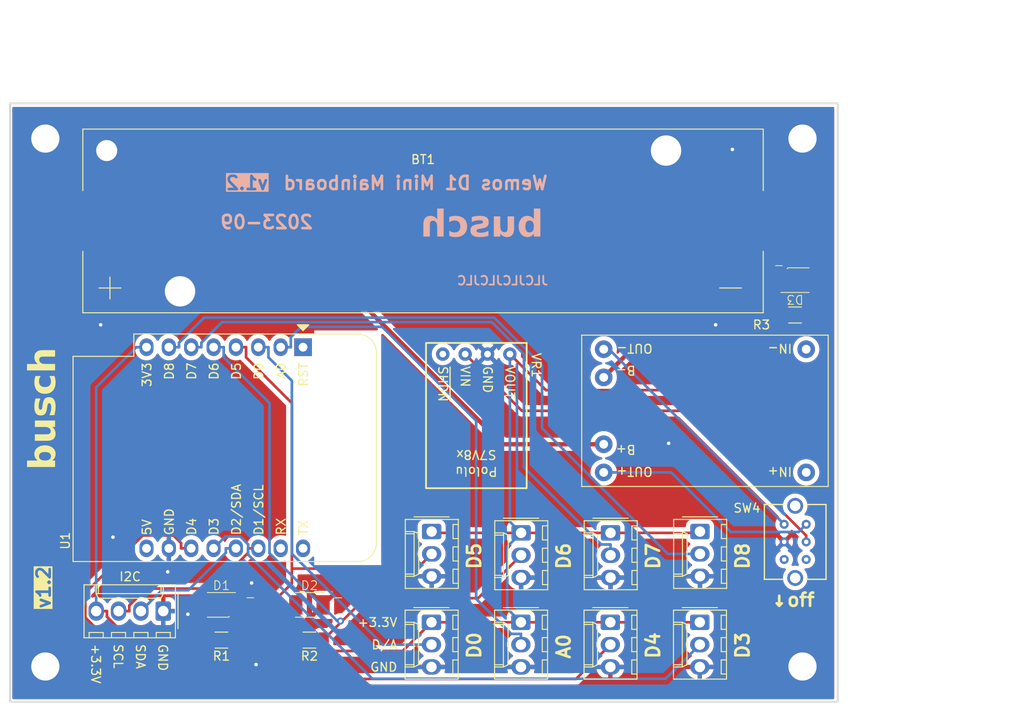
<source format=kicad_pcb>
(kicad_pcb (version 20221018) (generator pcbnew)
  (title_block (title "Wemos D1 Mini Mainboard") (date "2023-09") (rev "${revision}"))
  (layers (0 "F.Cu" signal) (31 "B.Cu" signal) (34 "B.Paste" user) (35 "F.Paste" user) (36 "B.SilkS" user "B.Silkscreen") (37 "F.SilkS" user "F.Silkscreen") (38 "B.Mask" user) (39 "F.Mask" user) (44 "Edge.Cuts" user))
  (property "revision" "v1.2")
  (net 0 "")
  (net 2 "/BAT+")
  (net 3 "/BAT-")
  (net 4 "/SDA")
  (net 5 "/SCL")
  (net 6 "+3.3V")
  (net 7 "/D0")
  (net 8 "/D7")
  (net 9 "/D8")
  (net 10 "GND")
  (net 11 "/A0")
  (net 14 "Net-(D1-A)")
  (net 15 "Net-(D2-A)")
  (net 16 "/D3")
  (net 19 "/D5")
  (net 20 "/D6")
  (net 21 "/D4")
  (net 23 "/OUT-")
  (net 24 "/OUT+")
  (net 26 "/V_LIPO")
  (net 29 "Net-(D3-A)")
  (footprint "Connector_Molex:Molex_KK-254_AE-6410-04A_1x04_P2.54mm_Vertical" (layer "F.Cu") (at 112.395 122.705 180)
    (fp_text reference "J1" hide)
    (fp_text value "Conn_I2C")
    (pad "1" thru_hole roundrect (at 0 0 180) (size 1.74 2.19) (drill 1.19) (layers "*.Cu" "*.Mask") (roundrect_rratio 0.1436781609) (net 10 "GND"))
    (pad "2" thru_hole oval (at 2.54 0 180) (size 1.74 2.19) (drill 1.19) (layers "*.Cu" "*.Mask") (net 4 "/SDA"))
    (pad "3" thru_hole oval (at 5.08 0 180) (size 1.74 2.19) (drill 1.19) (layers "*.Cu" "*.Mask") (net 5 "/SCL"))
    (pad "4" thru_hole oval (at 7.62 0 180) (size 1.74 2.19) (drill 1.19) (layers "*.Cu" "*.Mask") (net 6 "+3.3V"))
  )
  (footprint "HB-Custom-Parts:Pololu S7V8x Voltage Regulator" (layer "F.Cu") (at 153.67 92.225 180)
    (fp_text reference "VR1" (at -0.5 -2.54 270 unlocked) (layer "F.SilkS") (effects (justify bottom)))
    (fp_text value "Pololu S7V8x")
    (fp_text user "GND" (at 4.445 -2.54 270 unlocked) (layer "F.SilkS") (effects (justify left)))
    (fp_text user "Pololu" (at 5.715 -14.605 180 unlocked) (layer "F.SilkS"))
    (fp_text user "~{SHDN}" (at 9.525 -2.54 270 unlocked) (layer "F.SilkS") (effects (justify left)))
    (fp_text user "VOUT" (at 1.905 -2.54 270 unlocked) (layer "F.SilkS") (effects (justify left)))
    (fp_text user "S7V8x" (at 5.715 -12.7 180 unlocked) (layer "F.SilkS"))
    (fp_text user "VIN" (at 6.985 -2.54 270 unlocked) (layer "F.SilkS") (effects (justify left)))
    (pad "1" thru_hole circle (at 9.525 -1.27 180) (size 1.524 1.524) (drill 0.762) (layers "*.Cu" "*.Mask"))
    (pad "2" thru_hole circle (at 6.985 -1.27 180) (size 1.524 1.524) (drill 0.762) (layers "*.Cu" "*.Mask") (net 26 "/V_LIPO"))
    (pad "3" thru_hole circle (at 4.445 -1.27 180) (size 1.524 1.524) (drill 0.762) (layers "*.Cu" "*.Mask") (net 10 "GND"))
    (pad "4" thru_hole circle (at 1.905 -1.27 180) (size 1.524 1.524) (drill 0.762) (layers "*.Cu" "*.Mask") (net 6 "+3.3V"))
  )
  (footprint "Resistor_SMD:R_1206_3216Metric_Pad1.30x1.75mm_HandSolder" (layer "F.Cu") (at 119 126 180)
    (fp_text reference "R1" (at 0 -1.82 180) (layer "F.SilkS"))
    (fp_text value "120")
    (pad "1" smd roundrect (at -1.55 0 180) (size 1.3 1.75) (layers "F.Cu" "F.Paste" "F.Mask") (roundrect_rratio 0.1923076923) (net 19 "/D5"))
    (pad "2" smd roundrect (at 1.55 0 180) (size 1.3 1.75) (layers "F.Cu" "F.Paste" "F.Mask") (roundrect_rratio 0.1923076923) (net 14 "Net-(D1-A)"))
  )
  (footprint "HB-Custom-Parts:TP4056-Module" (layer "F.Cu") (at 187.92 91.34 180)
    (fp_text reference "U2" hide)
    (fp_text value "~")
    (fp_text user "OUT-" (at 22 -1.5 180 unlocked) (layer "F.SilkS"))
    (fp_text user "B-" (at 23 -4 180 unlocked) (layer "F.SilkS"))
    (fp_text user "IN+" (at 5.5 -15.5 180 unlocked) (layer "F.SilkS"))
    (fp_text user "IN-" (at 5.5 -1.5 180 unlocked) (layer "F.SilkS"))
    (fp_text user "B+" (at 23 -13 180 unlocked) (layer "F.SilkS"))
    (fp_text user "OUT+" (at 22 -15.5 180 unlocked) (layer "F.SilkS"))
    (pad "1" thru_hole circle (at 2.5 -15.6 180) (size 2 2) (drill 1) (layers "*.Cu" "*.Mask"))
    (pad "2" thru_hole circle (at 2.5 -1.6 180) (size 2 2) (drill 1) (layers "*.Cu" "*.Mask"))
    (pad "3" thru_hole circle (at 25.5 -15.6 180) (size 2 2) (drill 1) (layers "*.Cu" "*.Mask") (net 24 "/OUT+"))
    (pad "4" thru_hole circle (at 25.5 -1.6 180) (size 2 2) (drill 1) (layers "*.Cu" "*.Mask") (net 23 "/OUT-"))
    (pad "5" thru_hole circle (at 25.5 -12.4 180) (size 2 2) (drill 1) (layers "*.Cu" "*.Mask") (net 2 "/BAT+"))
    (pad "6" thru_hole circle (at 25.5 -4.8 180) (size 2 2) (drill 1) (layers "*.Cu" "*.Mask") (net 3 "/BAT-"))
  )
  (footprint "Resistor_SMD:R_1206_3216Metric_Pad1.30x1.75mm_HandSolder" (layer "F.Cu") (at 129 126 180)
    (fp_text reference "R2" (at 0 -1.82 180) (layer "F.SilkS"))
    (fp_text value "120")
    (pad "1" smd roundrect (at -1.55 0 180) (size 1.3 1.75) (layers "F.Cu" "F.Paste" "F.Mask") (roundrect_rratio 0.1923076923) (net 20 "/D6"))
    (pad "2" smd roundrect (at 1.55 0 180) (size 1.3 1.75) (layers "F.Cu" "F.Paste" "F.Mask") (roundrect_rratio 0.1923076923) (net 15 "Net-(D2-A)"))
  )
  (footprint "HB-Custom-Parts:SK22D07_DPDT_slide_switch" (layer "F.Cu") (at 185.42 114.84 -90)
    (fp_text reference "SW4" (at -3.842 6.731 -180) (layer "F.SilkS"))
    (fp_text value "SW_LOAD")
    (pad "" thru_hole circle (at -4.1 1.25 270) (size 1.8 1.8) (drill 1.2) (layers "*.Cu" "*.Mask"))
    (pad "" thru_hole circle (at 4.1 1.25 270) (size 1.8 1.8) (drill 1.2) (layers "*.Cu" "*.Mask"))
    (pad "1" thru_hole circle (at -2 0 270) (size 1.016 1.016) (drill 0.508) (layers "*.Cu" "*.Mask") (net 24 "/OUT+"))
    (pad "2" thru_hole circle (at 0 0 270) (size 1.016 1.016) (drill 0.508) (layers "*.Cu" "*.Mask") (net 26 "/V_LIPO"))
    (pad "3" thru_hole circle (at 2 0 270) (size 1.016 1.016) (drill 0.508) (layers "*.Cu" "*.Mask"))
    (pad "4" thru_hole circle (at -2 2.5 270) (size 1.016 1.016) (drill 0.508) (layers "*.Cu" "*.Mask") (net 23 "/OUT-"))
    (pad "5" thru_hole circle (at 0 2.5 270) (size 1.016 1.016) (drill 0.508) (layers "*.Cu" "*.Mask") (net 10 "GND"))
    (pad "6" thru_hole circle (at 2 2.5 270) (size 1.016 1.016) (drill 0.508) (layers "*.Cu" "*.Mask"))
  )
  (footprint "Module:WEMOS_D1_mini_light" (layer "F.Cu") (at 128.27 92.71 -90)
    (fp_text reference "U1" (at 22 27 -90) (layer "F.SilkS"))
    (fp_text value "WeMos_D1_mini")
    (pad "1" thru_hole rect (at 0 0 270) (size 2 2) (drill 1) (layers "*.Cu" "*.Mask"))
    (pad "2" thru_hole oval (at 0 2.54 270) (size 2 1.6) (drill 1) (layers "*.Cu" "*.Mask") (net 11 "/A0"))
    (pad "3" thru_hole oval (at 0 5.08 270) (size 2 1.6) (drill 1) (layers "*.Cu" "*.Mask") (net 7 "/D0"))
    (pad "4" thru_hole oval (at 0 7.62 270) (size 2 1.6) (drill 1) (layers "*.Cu" "*.Mask") (net 19 "/D5"))
    (pad "5" thru_hole oval (at 0 10.16 270) (size 2 1.6) (drill 1) (layers "*.Cu" "*.Mask") (net 20 "/D6"))
    (pad "6" thru_hole oval (at 0 12.7 270) (size 2 1.6) (drill 1) (layers "*.Cu" "*.Mask") (net 8 "/D7"))
    (pad "7" thru_hole oval (at 0 15.24 270) (size 2 1.6) (drill 1) (layers "*.Cu" "*.Mask") (net 9 "/D8"))
    (pad "8" thru_hole oval (at 0 17.78 270) (size 2 1.6) (drill 1) (layers "*.Cu" "*.Mask") (net 6 "+3.3V"))
    (pad "9" thru_hole oval (at 22.86 17.78 270) (size 2 1.6) (drill 1) (layers "*.Cu" "*.Mask"))
    (pad "10" thru_hole oval (at 22.86 15.24 270) (size 2 1.6) (drill 1) (layers "*.Cu" "*.Mask") (net 10 "GND"))
    (pad "11" thru_hole oval (at 22.86 12.7 270) (size 2 1.6) (drill 1) (layers "*.Cu" "*.Mask") (net 21 "/D4"))
    (pad "12" thru_hole oval (at 22.86 10.16 270) (size 2 1.6) (drill 1) (layers "*.Cu" "*.Mask") (net 16 "/D3"))
    (pad "13" thru_hole oval (at 22.86 7.62 270) (size 2 1.6) (drill 1) (layers "*.Cu" "*.Mask") (net 4 "/SDA"))
    (pad "14" thru_hole oval (at 22.86 5.08 270) (size 2 1.6) (drill 1) (layers "*.Cu" "*.Mask") (net 5 "/SCL"))
    (pad "15" thru_hole oval (at 22.86 2.54 270) (size 2 1.6) (drill 1) (layers "*.Cu" "*.Mask"))
    (pad "16" thru_hole oval (at 22.86 0 270) (size 2 1.6) (drill 1) (layers "*.Cu" "*.Mask"))
  )
  (footprint "HB-Custom-Parts:BatteryHolder_Keystone_1042_1x18650_different_silkscreen" (layer "F.Cu") (at 141.9 78.36)
    (fp_text reference "BT1" (at 0 -6.985) (layer "F.SilkS"))
    (fp_text value "18650 LiPo")
    (pad "" np_thru_hole circle (at -35.93 -8) (size 2.39 2.39) (drill 2.39) (layers "*.Cu" "*.Mask"))
    (pad "" np_thru_hole circle (at -27.6 8) (size 3.45 3.45) (drill 3.45) (layers "*.Cu" "*.Mask"))
    (pad "" np_thru_hole circle (at 27.6 -8) (size 3.45 3.45) (drill 3.45) (layers "*.Cu" "*.Mask"))
    (pad "1" smd rect (at -39.33 0) (size 7.34 6.35) (layers "F.Cu" "F.Paste" "F.Mask") (net 2 "/BAT+"))
    (pad "2" smd rect (at 39.33 0) (size 7.34 6.35) (layers "F.Cu" "F.Paste" "F.Mask") (net 3 "/BAT-"))
  )
  (footprint "Connector_Molex:Molex_KK-254_AE-6410-03A_1x03_P2.54mm_Vertical" (layer "F.Cu") (at 142.875 113.665 -90)
    (fp_text reference "J8" hide)
    (fp_text value "Conn_D5")
    (pad "1" thru_hole roundrect (at 0 0 270) (size 1.74 2.19) (drill 1.19) (layers "*.Cu" "*.Mask") (roundrect_rratio 0.1436781609) (net 6 "+3.3V"))
    (pad "2" thru_hole oval (at 2.54 0 270) (size 1.74 2.19) (drill 1.19) (layers "*.Cu" "*.Mask") (net 19 "/D5"))
    (pad "3" thru_hole oval (at 5.08 0 270) (size 1.74 2.19) (drill 1.19) (layers "*.Cu" "*.Mask") (net 10 "GND"))
  )
  (footprint "HB-Custom-Parts:LED_SMD_3528_1411" (layer "F.Cu") (at 129 122)
    (fp_text reference "D2" (at 0 -2.2 unlocked) (layer "F.SilkS") (effects (font (thickness 0.1))))
    (fp_text value "LED" hide)
    (fp_text user "-" (at 2.6 -0.3 unlocked) (layer "F.SilkS") (effects (font (thickness 0.1)) (justify left bottom)))
    (pad "1" smd rect (at 1.55 0) (size 1.5 2.2) (layers "F.Cu" "F.Paste" "F.Mask") (net 10 "GND"))
    (pad "2" smd rect (at -1.55 0) (size 1.5 2.2) (layers "F.Cu" "F.Paste" "F.Mask") (net 15 "Net-(D2-A)"))
  )
  (footprint "MountingHole:MountingHole_3.2mm_M3" (layer "F.Cu") (at 99 129)
    (fp_text reference "H2" hide)
    (fp_text value "MountingHole")
    (pad "" np_thru_hole circle (at 0 0) (size 3.2 3.2) (drill 3.2) (layers "*.Cu" "*.Mask"))
  )
  (footprint "Resistor_SMD:R_1206_3216Metric_Pad1.30x1.75mm_HandSolder" (layer "F.Cu") (at 184.15 89.05)
    (fp_text reference "R3" (at -3.81 1.12) (layer "F.SilkS"))
    (fp_text value "120")
    (pad "1" smd roundrect (at -1.55 0) (size 1.3 1.75) (layers "F.Cu" "F.Paste" "F.Mask") (roundrect_rratio 0.1923076923) (net 6 "+3.3V"))
    (pad "2" smd roundrect (at 1.55 0) (size 1.3 1.75) (layers "F.Cu" "F.Paste" "F.Mask") (roundrect_rratio 0.1923076923) (net 29 "Net-(D3-A)"))
  )
  (footprint "MountingHole:MountingHole_3.2mm_M3" (layer "F.Cu") (at 185 129)
    (fp_text reference "H3" hide)
    (fp_text value "MountingHole")
    (pad "" np_thru_hole circle (at 0 0) (size 3.2 3.2) (drill 3.2) (layers "*.Cu" "*.Mask"))
  )
  (footprint "MountingHole:MountingHole_3.2mm_M3" (layer "F.Cu") (at 99 69)
    (fp_text reference "H1" hide)
    (fp_text value "MountingHole")
    (pad "" np_thru_hole circle (at 0 0) (size 3.2 3.2) (drill 3.2) (layers "*.Cu" "*.Mask"))
  )
  (footprint "Connector_Molex:Molex_KK-254_AE-6410-03A_1x03_P2.54mm_Vertical" (layer "F.Cu") (at 153.015 123.975 -90)
    (fp_text reference "J5" hide)
    (fp_text value "Conn_A0")
    (pad "1" thru_hole roundrect (at 0 0 270) (size 1.74 2.19) (drill 1.19) (layers "*.Cu" "*.Mask") (roundrect_rratio 0.1436781609) (net 6 "+3.3V"))
    (pad "2" thru_hole oval (at 2.54 0 270) (size 1.74 2.19) (drill 1.19) (layers "*.Cu" "*.Mask") (net 11 "/A0"))
    (pad "3" thru_hole oval (at 5.08 0 270) (size 1.74 2.19) (drill 1.19) (layers "*.Cu" "*.Mask") (net 10 "GND"))
  )
  (footprint "Connector_Molex:Molex_KK-254_AE-6410-03A_1x03_P2.54mm_Vertical" (layer "F.Cu") (at 142.855 123.975 -90)
    (fp_text reference "J2" hide)
    (fp_text value "Conn_D0")
    (pad "1" thru_hole roundrect (at 0 0 270) (size 1.74 2.19) (drill 1.19) (layers "*.Cu" "*.Mask") (roundrect_rratio 0.1436781609) (net 6 "+3.3V"))
    (pad "2" thru_hole oval (at 2.54 0 270) (size 1.74 2.19) (drill 1.19) (layers "*.Cu" "*.Mask") (net 7 "/D0"))
    (pad "3" thru_hole oval (at 5.08 0 270) (size 1.74 2.19) (drill 1.19) (layers "*.Cu" "*.Mask") (net 10 "GND"))
  )
  (footprint "Connector_Molex:Molex_KK-254_AE-6410-03A_1x03_P2.54mm_Vertical" (layer "F.Cu") (at 163.175 123.975 -90)
    (fp_text reference "J6" hide)
    (fp_text value "Conn_D4")
    (pad "1" thru_hole roundrect (at 0 0 270) (size 1.74 2.19) (drill 1.19) (layers "*.Cu" "*.Mask") (roundrect_rratio 0.1436781609) (net 6 "+3.3V"))
    (pad "2" thru_hole oval (at 2.54 0 270) (size 1.74 2.19) (drill 1.19) (layers "*.Cu" "*.Mask") (net 21 "/D4"))
    (pad "3" thru_hole oval (at 5.08 0 270) (size 1.74 2.19) (drill 1.19) (layers "*.Cu" "*.Mask") (net 10 "GND"))
  )
  (footprint "Connector_Molex:Molex_KK-254_AE-6410-03A_1x03_P2.54mm_Vertical" (layer "F.Cu") (at 173.355 113.665 -90)
    (fp_text reference "J4" hide)
    (fp_text value "Conn_D8")
    (pad "1" thru_hole roundrect (at 0 0 270) (size 1.74 2.19) (drill 1.19) (layers "*.Cu" "*.Mask") (roundrect_rratio 0.1436781609) (net 6 "+3.3V"))
    (pad "2" thru_hole oval (at 2.54 0 270) (size 1.74 2.19) (drill 1.19) (layers "*.Cu" "*.Mask") (net 9 "/D8"))
    (pad "3" thru_hole oval (at 5.08 0 270) (size 1.74 2.19) (drill 1.19) (layers "*.Cu" "*.Mask") (net 10 "GND"))
  )
  (footprint "HB-Custom-Parts:LED_SMD_3528_1411" (layer "F.Cu") (at 184.15 85.09 180)
    (fp_text reference "D3" (at 0 -2.2 180 unlocked) (layer "F.SilkS") (effects (font (thickness 0.1))))
    (fp_text value "Power LED" hide)
    (fp_text user "-" (at 1.143 2.159 180 unlocked) (layer "F.SilkS") (effects (font (thickness 0.1)) (justify left bottom)))
    (pad "1" smd rect (at 1.55 0 180) (size 1.5 2.2) (layers "F.Cu" "F.Paste" "F.Mask") (net 10 "GND"))
    (pad "2" smd rect (at -1.55 0 180) (size 1.5 2.2) (layers "F.Cu" "F.Paste" "F.Mask") (net 29 "Net-(D3-A)"))
  )
  (footprint "Connector_Molex:Molex_KK-254_AE-6410-03A_1x03_P2.54mm_Vertical" (layer "F.Cu") (at 163.195 113.815 -90)
    (fp_text reference "J3" hide)
    (fp_text value "Conn_D7")
    (pad "1" thru_hole roundrect (at 0 0 270) (size 1.74 2.19) (drill 1.19) (layers "*.Cu" "*.Mask") (roundrect_rratio 0.1436781609) (net 6 "+3.3V"))
    (pad "2" thru_hole oval (at 2.54 0 270) (size 1.74 2.19) (drill 1.19) (layers "*.Cu" "*.Mask") (net 8 "/D7"))
    (pad "3" thru_hole oval (at 5.08 0 270) (size 1.74 2.19) (drill 1.19) (layers "*.Cu" "*.Mask") (net 10 "GND"))
  )
  (footprint "Connector_Molex:Molex_KK-254_AE-6410-03A_1x03_P2.54mm_Vertical" (layer "F.Cu") (at 153.035 113.815 -90)
    (fp_text reference "J9" hide)
    (fp_text value "Conn_D6")
    (pad "1" thru_hole roundrect (at 0 0 270) (size 1.74 2.19) (drill 1.19) (layers "*.Cu" "*.Mask") (roundrect_rratio 0.1436781609) (net 6 "+3.3V"))
    (pad "2" thru_hole oval (at 2.54 0 270) (size 1.74 2.19) (drill 1.19) (layers "*.Cu" "*.Mask") (net 20 "/D6"))
    (pad "3" thru_hole oval (at 5.08 0 270) (size 1.74 2.19) (drill 1.19) (layers "*.Cu" "*.Mask") (net 10 "GND"))
  )
  (footprint "MountingHole:MountingHole_3.2mm_M3" (layer "F.Cu") (at 185 69)
    (fp_text reference "H4" hide)
    (fp_text value "MountingHole")
    (pad "" np_thru_hole circle (at 0 0) (size 3.2 3.2) (drill 3.2) (layers "*.Cu" "*.Mask"))
  )
  (footprint "HB-Custom-Parts:LED_SMD_3528_1411" (layer "F.Cu") (at 119 122)
    (fp_text reference "D1" (at 0 -2.2 unlocked) (layer "F.SilkS") (effects (font (thickness 0.1))))
    (fp_text value "LED" hide)
    (fp_text user "-" (at 2.6 -0.3 unlocked) (layer "F.SilkS") (effects (font (thickness 0.1)) (justify left bottom)))
    (pad "1" smd rect (at 1.55 0) (size 1.5 2.2) (layers "F.Cu" "F.Paste" "F.Mask") (net 10 "GND"))
    (pad "2" smd rect (at -1.55 0) (size 1.5 2.2) (layers "F.Cu" "F.Paste" "F.Mask") (net 14 "Net-(D1-A)"))
  )
  (footprint "Connector_Molex:Molex_KK-254_AE-6410-03A_1x03_P2.54mm_Vertical" (layer "F.Cu") (at 173.335 123.975 -90)
    (fp_text reference "J7" hide)
    (fp_text value "Conn_D3")
    (pad "1" thru_hole roundrect (at 0 0 270) (size 1.74 2.19) (drill 1.19) (layers "*.Cu" "*.Mask") (roundrect_rratio 0.1436781609) (net 6 "+3.3V"))
    (pad "2" thru_hole oval (at 2.54 0 270) (size 1.74 2.19) (drill 1.19) (layers "*.Cu" "*.Mask") (net 16 "/D3"))
    (pad "3" thru_hole oval (at 5.08 0 270) (size 1.74 2.19) (drill 1.19) (layers "*.Cu" "*.Mask") (net 10 "GND"))
  )
  (gr_rect (start 95 65) (end 189 133) (stroke (width 0.2)) (fill none) (layer "Edge.Cuts"))
  (gr_text "${TITLE}" (at 156.21 74.93) (layer "B.SilkS") (effects (font (size 1.5 1.5) (thickness 0.3) bold) (justify left bottom mirror)))
  (gr_text "${ISSUE_DATE}" (at 129.54 79.375) (layer "B.SilkS") (effects (font (size 1.5 1.5) (thickness 0.3) bold) (justify left bottom mirror)))
  (gr_text "busch" (at 155.575 80.645) (layer "B.SilkS") (effects (font (size 3 3) (thickness 0.3) bold) (justify left bottom mirror)))
  (gr_text "${revision}" (at 124.46 74.93) (layer "B.SilkS" knockout) (effects (font (size 1.5 1.5) (thickness 0.3) bold) (justify left bottom mirror)))
  (gr_text "JLCJLCJLCJLC" (at 156.21 85.725) (layer "B.SilkS") (effects (font (size 1 1) (thickness 0.2) bold) (justify left bottom mirror)))
  (gr_text "RST" (at 128.905 94.361 90) (layer "F.SilkS") (effects (font (size 1 1)) (justify right bottom)))
  (gr_text "TX" (at 128.905 114.173 90) (layer "F.SilkS") (effects (font (size 1 1)) (justify left bottom)))
  (gr_text "A0" (at 126.365 94.361 90) (layer "F.SilkS") (effects (font (size 1 1)) (justify right bottom)))
  (gr_text "D3" (at 179.07 128.27 90) (layer "F.SilkS") (effects (font (size 1.5 1.5) (thickness 0.3) bold) (justify left bottom)))
  (gr_text "D6" (at 158.75 118.11 90) (layer "F.SilkS") (effects (font (size 1.5 1.5) (thickness 0.3) bold) (justify left bottom)))
  (gr_text "+3.3V" (at 139.065 124.57675) (layer "F.SilkS") (effects (font (size 1 1)) (justify right bottom)))
  (gr_text "D0" (at 148.59 128.27 90) (layer "F.SilkS") (effects (font (size 1.5 1.5) (thickness 0.3) bold) (justify left bottom)))
  (gr_text "D4" (at 116.205 114.173 90) (layer "F.SilkS") (effects (font (size 1 1)) (justify left bottom)))
  (gr_text "GND" (at 113.665 114.173 90) (layer "F.SilkS") (effects (font (size 1 1)) (justify left bottom)))
  (gr_text "${revision}" (at 99.695 122.555 90) (layer "F.SilkS" knockout) (effects (font (size 1.5 1.5) (thickness 0.3) bold) (justify left bottom)))
  (gr_text "D4" (at 168.91 128.27 90) (layer "F.SilkS") (effects (font (size 1.5 1.5) (thickness 0.3) bold) (justify left bottom)))
  (gr_text "D5" (at 121.285 94.361 90) (layer "F.SilkS") (effects (font (size 1 1)) (justify right bottom)))
  (gr_text "GND" (at 139.065 129.65675) (layer "F.SilkS") (effects (font (size 1 1)) (justify right bottom)))
  (gr_text "busch" (at 100.617929 106.68 90) (layer "F.SilkS") (effects (font (size 3 3) (thickness 0.3) bold) (justify left bottom)))
  (gr_text "D5" (at 148.59 118.11 90) (layer "F.SilkS") (effects (font (size 1.5 1.5) (thickness 0.3) bold) (justify left bottom)))
  (gr_text "RX" (at 126.365 114.173 90) (layer "F.SilkS") (effects (font (size 1 1)) (justify left bottom)))
  (gr_text "3V3" (at 111.125 94.361 90) (layer "F.SilkS") (effects (font (size 1 1)) (justify right bottom)))
  (gr_text "5V" (at 111.125 114.173 90) (layer "F.SilkS") (effects (font (size 1 1)) (justify left bottom)))
  (gr_text "D6" (at 118.745 94.361 90) (layer "F.SilkS") (effects (font (size 1 1)) (justify right bottom)))
  (gr_text "SCL" (at 106.68 126.365 270) (layer "F.SilkS") (effects (font (size 1 1)) (justify left bottom)))
  (gr_text "GND" (at 111.76 126.365 270) (layer "F.SilkS") (effects (font (size 1 1)) (justify left bottom)))
  (gr_text "D8" (at 179.07 118.11 90) (layer "F.SilkS") (effects (font (size 1.5 1.5) (thickness 0.3) bold) (justify left bottom)))
  (gr_text "D7" (at 168.91 118.11 90) (layer "F.SilkS") (effects (font (size 1.5 1.5) (thickness 0.3) bold) (justify left bottom)))
  (gr_text "D8" (at 113.665 94.361 90) (layer "F.SilkS") (effects (font (size 1 1)) (justify right bottom)))
  (gr_text "SDA" (at 109.22 126.365 270) (layer "F.SilkS") (effects (font (size 1 1)) (justify left bottom)))
  (gr_text "+3.3V" (at 104.14 126.365 270) (layer "F.SilkS") (effects (font (size 1 1)) (justify left bottom)))
  (gr_text "I2C" (at 107.315 119.38) (layer "F.SilkS") (effects (font (size 1 1)) (justify left bottom)))
  (gr_text "D2/SDA" (at 121.285 114.173 90) (layer "F.SilkS") (effects (font (size 1 1)) (justify left bottom)))
  (gr_text "A0" (at 158.75 128.27 90) (layer "F.SilkS") (effects (font (size 1.5 1.5) (thickness 0.3) bold) (justify left bottom)))
  (gr_text "D0" (at 123.825 94.361 90) (layer "F.SilkS") (effects (font (size 1 1)) (justify right bottom)))
  (gr_text "D3" (at 118.745 114.173 90) (layer "F.SilkS") (effects (font (size 1 1)) (justify left bottom)))
  (gr_text "D/A" (at 139.065 127.11675) (layer "F.SilkS") (effects (font (size 1 1)) (justify right bottom)))
  (gr_text "D1/SCL" (at 123.825 114.173 90) (layer "F.SilkS") (effects (font (size 1 1)) (justify left bottom)))
  (gr_text "D7" (at 116.205 94.361 90) (layer "F.SilkS") (effects (font (size 1 1)) (justify right bottom)))
  (gr_text "↓off" (at 181.229 122.301) (layer "F.SilkS") (effects (font (size 1.5 1.5) (thickness 0.3) bold) (justify left bottom)))
  (segment (start 150.9532 103.74) (end 162.42 103.74) (width 0.5) (layer "F.Cu") (net 2))
  (segment (start 125.5732 78.36) (end 150.9532 103.74) (width 0.5) (layer "F.Cu") (net 2))
  (segment (start 102.57 78.36) (end 125.5732 78.36) (width 0.5) (layer "F.Cu") (net 2))
  (segment (start 176.4731 82.0869) (end 162.42 96.14) (width 0.5) (layer "F.Cu") (net 3))
  (segment (start 181.23 78.36) (end 181.23 82.0869) (width 0.5) (layer "F.Cu") (net 3))
  (segment (start 181.23 82.0869) (end 176.4731 82.0869) (width 0.5) (layer "F.Cu") (net 3))
  (segment (start 112.2274 120.3326) (end 109.855 122.705) (width 0.3) (layer "B.Cu") (net 4))
  (segment (start 115.2395 120.3326) (end 112.2274 120.3326) (width 0.3) (layer "B.Cu") (net 4))
  (segment (start 119.4981 115.57) (end 119.4981 116.074) (width 0.3) (layer "B.Cu") (net 4))
  (segment (start 120.65 115.57) (end 119.4981 115.57) (width 0.3) (layer "B.Cu") (net 4))
  (segment (start 119.4981 116.074) (end 115.2395 120.3326) (width 0.3) (layer "B.Cu") (net 4))
  (segment (start 108.5369 122.065) (end 108.5369 122.705) (width 0.3) (layer "F.Cu") (net 5))
  (segment (start 123.19 115.57) (end 122.0381 115.57) (width 0.3) (layer "F.Cu") (net 5))
  (segment (start 107.315 122.705) (end 108.5369 122.705) (width 0.3) (layer "F.Cu") (net 5))
  (segment (start 122.0381 115.57) (end 122.0381 116.074) (width 0.3) (layer "F.Cu") (net 5))
  (segment (start 122.0381 116.074) (end 117.9661 120.146) (width 0.3) (layer "F.Cu") (net 5))
  (segment (start 117.9661 120.146) (end 110.4559 120.146) (width 0.3) (layer "F.Cu") (net 5))
  (segment (start 110.4559 120.146) (end 108.5369 122.065) (width 0.3) (layer "F.Cu") (net 5))
  (segment (start 173.335 123.975) (end 163.175 123.975) (width 0.3) (layer "F.Cu") (net 6))
  (segment (start 151.765 93.495) (end 155.8619 97.5919) (width 0.3) (layer "F.Cu") (net 6))
  (segment (start 173.205 113.815) (end 173.355 113.665) (width 0.3) (layer "F.Cu") (net 6))
  (segment (start 139.5928 127.2372) (end 109.8891 127.2372) (width 0.3) (layer "F.Cu") (net 6))
  (segment (start 153.035 113.815) (end 143.025 113.815) (width 0.3) (layer "F.Cu") (net 6))
  (segment (start 153.035 113.815) (end 163.195 113.815) (width 0.3) (layer "F.Cu") (net 6))
  (segment (start 155.8619 97.5919) (end 174.0581 97.5919) (width 0.3) (layer "F.Cu") (net 6))
  (segment (start 109.8891 127.2372) (end 105.9969 123.345) (width 0.3) (layer "F.Cu") (net 6))
  (segment (start 142.855 123.975) (end 153.015 123.975) (width 0.3) (layer "F.Cu") (net 6))
  (segment (start 174.0581 97.5919) (end 182.6 89.05) (width 0.3) (layer "F.Cu") (net 6))
  (segment (start 163.175 123.975) (end 153.015 123.975) (width 0.3) (layer "F.Cu") (net 6))
  (segment (start 142.855 123.975) (end 139.5928 127.2372) (width 0.3) (layer "F.Cu") (net 6))
  (segment (start 163.195 113.815) (end 173.205 113.815) (width 0.3) (layer "F.Cu") (net 6))
  (segment (start 143.025 113.815) (end 142.875 113.665) (width 0.3) (layer "F.Cu") (net 6))
  (segment (start 105.9969 123.345) (end 105.9969 122.705) (width 0.3) (layer "F.Cu") (net 6))
  (segment (start 104.775 122.705) (end 105.9969 122.705) (width 0.3) (layer "F.Cu") (net 6))
  (segment (start 104.775 122.705) (end 104.775 97.2731) (width 0.3) (layer "B.Cu") (net 6))
  (segment (start 153.015 123.975) (end 151.462 122.422) (width 0.3) (layer "B.Cu") (net 6))
  (segment (start 151.462 122.422) (end 151.462 115.388) (width 0.3) (layer "B.Cu") (net 6))
  (segment (start 110.49 92.71) (end 109.3381 92.71) (width 0.3) (layer "B.Cu") (net 6))
  (segment (start 153.035 113.815) (end 151.765 112.545) (width 0.3) (layer "B.Cu") (net 6))
  (segment (start 104.775 97.2731) (end 109.3381 92.71) (width 0.3) (layer "B.Cu") (net 6))
  (segment (start 151.462 115.388) (end 153.035 113.815) (width 0.3) (layer "B.Cu") (net 6))
  (segment (start 151.765 112.545) (end 151.765 93.495) (width 0.3) (layer "B.Cu") (net 6))
  (segment (start 127 96.52) (end 124.3419 93.8619) (width 0.3) (layer "B.Cu") (net 7))
  (segment (start 137.33 126.515) (end 127 116.185) (width 0.3) (layer "B.Cu") (net 7))
  (segment (start 127 116.185) (end 127 96.52) (width 0.3) (layer "B.Cu") (net 7))
  (segment (start 124.3419 93.8619) (end 124.3419 92.71) (width 0.3) (layer "B.Cu") (net 7))
  (segment (start 123.19 92.71) (end 124.3419 92.71) (width 0.3) (layer "B.Cu") (net 7))
  (segment (start 142.855 126.515) (end 137.33 126.515) (width 0.3) (layer "B.Cu") (net 7))
  (segment (start 153.3634 106.3707) (end 162.1258 115.1331) (width 0.3) (layer "B.Cu") (net 8))
  (segment (start 163.195 116.355) (end 163.195 115.1331) (width 0.3) (layer "B.Cu") (net 8))
  (segment (start 153.3634 93.5072) (end 153.3634 106.3707) (width 0.3) (layer "B.Cu") (net 8))
  (segment (start 162.1258 115.1331) (end 163.195 115.1331) (width 0.3) (layer "B.Cu") (net 8))
  (segment (start 116.7219 92.2019) (end 119.0635 89.8603) (width 0.3) (layer "B.Cu") (net 8))
  (segment (start 115.57 92.71) (end 116.7219 92.71) (width 0.3) (layer "B.Cu") (net 8))
  (segment (start 116.7219 92.71) (end 116.7219 92.2019) (width 0.3) (layer "B.Cu") (net 8))
  (segment (start 119.0635 89.8603) (end 149.7165 89.8603) (width 0.3) (layer "B.Cu") (net 8))
  (segment (start 149.7165 89.8603) (end 153.3634 93.5072) (width 0.3) (layer "B.Cu") (net 8))
  (segment (start 169.7017 116.205) (end 155.418 101.9213) (width 0.3) (layer "B.Cu") (net 9))
  (segment (start 155.418 94.8027) (end 149.9675 89.3522) (width 0.3) (layer "B.Cu") (net 9))
  (segment (start 149.9675 89.3522) (end 117.0316 89.3522) (width 0.3) (layer "B.Cu") (net 9))
  (segment (start 113.03 92.71) (end 114.1819 92.71) (width 0.3) (layer "B.Cu") (net 9))
  (segment (start 155.418 101.9213) (end 155.418 94.8027) (width 0.3) (layer "B.Cu") (net 9))
  (segment (start 114.1819 92.2019) (end 114.1819 92.71) (width 0.3) (layer "B.Cu") (net 9))
  (segment (start 173.355 116.205) (end 169.7017 116.205) (width 0.3) (layer "B.Cu") (net 9))
  (segment (start 117.0316 89.3522) (end 114.1819 92.2019) (width 0.3) (layer "B.Cu") (net 9))
  (via (at 115.189 123.063) (size 0.8) (drill 0.4) (layers "F.Cu" "B.Cu") (net 10))
  (via (at 175.133 90.17) (size 0.8) (drill 0.4) (layers "F.Cu" "B.Cu") (net 10))
  (via (at 105.283 90.17) (size 0.8) (drill 0.4) (layers "F.Cu" "B.Cu") (net 10))
  (via (at 122.936 128.778) (size 0.8) (drill 0.4) (layers "F.Cu" "B.Cu") (net 10))
  (via (at 122.428 119.507) (size 0.8) (drill 0.4) (layers "F.Cu" "B.Cu") (net 10))
  (via (at 177.038 70.231) (size 0.8) (drill 0.4) (layers "F.Cu" "B.Cu") (net 10))
  (via (at 169.799 103.632) (size 0.8) (drill 0.4) (layers "F.Cu" "B.Cu") (net 10))
  (via (at 112.903 118.237) (size 0.8) (drill 0.4) (layers "F.Cu" "B.Cu") (net 10))
  (via (at 106.68 114.3) (size 0.8) (drill 0.4) (layers "F.Cu" "B.Cu") (net 10))
  (segment (start 125.73 92.71) (end 126.8819 92.71) (width 0.3) (layer "B.Cu") (net 11))
  (segment (start 151.9157 125.2931) (end 153.015 125.2931) (width 0.3) (layer "B.Cu") (net 11))
  (segment (start 147.935 121.3124) (end 151.9157 125.2931) (width 0.3) (layer "B.Cu") (net 11))
  (segment (start 153.015 126.515) (end 153.015 125.2931) (width 0.3) (layer "B.Cu") (net 11))
  (segment (start 128.0415 90.3985) (end 137.2603 90.3985) (width 0.3) (layer "B.Cu") (net 11))
  (segment (start 147.935 101.0732) (end 147.935 121.3124) (width 0.3) (layer "B.Cu") (net 11))
  (segment (start 126.8819 92.71) (end 126.8819 91.5581) (width 0.3) (layer "B.Cu") (net 11))
  (segment (start 126.8819 91.5581) (end 128.0415 90.3985) (width 0.3) (layer "B.Cu") (net 11))
  (segment (start 137.2603 90.3985) (end 147.935 101.0732) (width 0.3) (layer "B.Cu") (net 11))
  (segment (start 117.45 126) (end 117.45 122) (width 0.3) (layer "F.Cu") (net 14))
  (segment (start 127.45 126) (end 127.45 122) (width 0.3) (layer "F.Cu") (net 15))
  (segment (start 122.0381 115.1238) (end 121.1324 114.2181) (width 0.3) (layer "B.Cu") (net 16))
  (segment (start 173.335 126.515) (end 169.4579 130.3921) (width 0.3) (layer "B.Cu") (net 16))
  (segment (start 169.4579 130.3921) (end 136.1448 130.3921) (width 0.3) (layer "B.Cu") (net 16))
  (segment (start 121.1324 114.2181) (end 119.4619 114.2181) (width 0.3) (layer "B.Cu") (net 16))
  (segment (start 122.0381 116.2854) (end 122.0381 115.1238) (width 0.3) (layer "B.Cu") (net 16))
  (segment (start 119.4619 114.2181) (end 118.11 115.57) (width 0.3) (layer "B.Cu") (net 16))
  (segment (start 136.1448 130.3921) (end 122.0381 116.2854) (width 0.3) (layer "B.Cu") (net 16))
  (segment (start 127 117.8775) (end 127 99.06) (width 0.3) (layer "F.Cu") (net 19))
  (segment (start 127 119.55) (end 127 117.8775) (width 0.3) (layer "F.Cu") (net 19))
  (segment (start 120.55 126) (end 127 119.55) (width 0.3) (layer "F.Cu") (net 19))
  (segment (start 127 99.06) (end 121.8019 93.8619) (width 0.3) (layer "F.Cu") (net 19))
  (segment (start 120.65 92.71) (end 121.8019 92.71) (width 0.3) (layer "F.Cu") (net 19))
  (segment (start 142.875 116.205) (end 141.2025 117.8775) (width 0.3) (layer "F.Cu") (net 19))
  (segment (start 141.2025 117.8775) (end 127 117.8775) (width 0.3) (layer "F.Cu") (net 19))
  (segment (start 121.8019 93.8619) (end 121.8019 92.71) (width 0.3) (layer "F.Cu") (net 19))
  (segment (start 132.6198 123.9302) (end 130.55 126) (width 0.3) (layer "F.Cu") (net 20))
  (segment (start 135.3115 121.2385) (end 132.6198 123.9302) (width 0.3) (layer "F.Cu") (net 20))
  (segment (start 153.035 116.355) (end 148.1515 121.2385) (width 0.3) (layer "F.Cu") (net 20))
  (segment (start 148.1515 121.2385) (end 135.3115 121.2385) (width 0.3) (layer "F.Cu") (net 20))
  (segment (start 132.5212 123.8316) (end 132.6198 123.9302) (width 0.3) (layer "F.Cu") (net 20))
  (via (at 132.5212 123.8316) (size 0.8) (drill 0.4) (layers "F.Cu" "B.Cu") (net 20))
  (segment (start 132.5212 123.8316) (end 132.1618 123.8316) (width 0.3) (layer "B.Cu") (net 20))
  (segment (start 124.46 99.06) (end 119.2619 93.8619) (width 0.3) (layer "B.Cu") (net 20))
  (segment (start 124.46 116.1298) (end 124.46 99.06) (width 0.3) (layer "B.Cu") (net 20))
  (segment (start 118.11 92.71) (end 119.2619 92.71) (width 0.3) (layer "B.Cu") (net 20))
  (segment (start 119.2619 93.8619) (end 119.2619 92.71) (width 0.3) (layer "B.Cu") (net 20))
  (segment (start 132.1618 123.8316) (end 124.46 116.1298) (width 0.3) (layer "B.Cu") (net 20))
  (segment (start 114.4181 114.9773) (end 114.4181 115.57) (width 0.3) (layer "F.Cu") (net 21))
  (segment (start 113.5449 114.1041) (end 114.4181 114.9773) (width 0.3) (layer "F.Cu") (net 21))
  (segment (start 110.0635 114.1041) (end 113.5449 114.1041) (width 0.3) (layer "F.Cu") (net 21))
  (segment (start 110.5258 130.4146) (end 103.5437 123.4325) (width 0.3) (layer "F.Cu") (net 21))
  (segment (start 163.175 126.515) (end 159.2754 130.4146) (width 0.3) (layer "F.Cu") (net 21))
  (segment (start 159.2754 130.4146) (end 110.5258 130.4146) (width 0.3) (layer "F.Cu") (net 21))
  (segment (start 103.5437 120.6239) (end 110.0635 114.1041) (width 0.3) (layer "F.Cu") (net 21))
  (segment (start 115.57 115.57) (end 114.4181 115.57) (width 0.3) (layer "F.Cu") (net 21))
  (segment (start 103.5437 123.4325) (end 103.5437 120.6239) (width 0.3) (layer "F.Cu") (net 21))
  (segment (start 182.92 112.84) (end 163.02 92.94) (width 0.3) (layer "B.Cu") (net 23))
  (segment (start 163.02 92.94) (end 162.42 92.94) (width 0.3) (layer "B.Cu") (net 23))
  (segment (start 185.42 112.84) (end 184.5488 113.7112) (width 0.3) (layer "B.Cu") (net 24))
  (segment (start 170.0846 106.94) (end 162.42 106.94) (width 0.3) (layer "B.Cu") (net 24))
  (segment (start 184.5488 113.7112) (end 176.8558 113.7112) (width 0.3) (layer "B.Cu") (net 24))
  (segment (start 176.8558 113.7112) (end 170.0846 106.94) (width 0.3) (layer "B.Cu") (net 24))
  (segment (start 185.42 114.1239) (end 171.2361 99.94) (width 0.3) (layer "F.Cu") (net 26))
  (segment (start 171.2361 99.94) (end 153.13 99.94) (width 0.3) (layer "F.Cu") (net 26))
  (segment (start 153.13 99.94) (end 146.685 93.495) (width 0.3) (layer "F.Cu") (net 26))
  (segment (start 185.42 114.84) (end 185.42 114.1239) (width 0.3) (layer "F.Cu") (net 26))
  (segment (start 185.7 89.05) (end 185.7 85.09) (width 0.3) (layer "F.Cu") (net 29))
  (zone (net 10) (net_name "GND") (layers "F&B.Cu") (connect_pads (clearance 0.5)) (min_thickness 0.25) (fill yes (thermal_gap 0.5) (thermal_bridge_width 0.5))
    (polygon (pts (xy 95.25 65.405) (xy 188.595 65.405) (xy 188.595 132.715) (xy 95.25 132.715)))
  )
  (zone (net 0) (net_name "") (layers "F&B.Cu" "User.3") (connect_pads (clearance 0)) (min_thickness 0.25)
    (keepout (tracks not_allowed) (vias not_allowed) (pads not_allowed) (copperpour not_allowed) (footprints allowed))
    (fill (thermal_gap 0.5) (thermal_bridge_width 0.5))
    (polygon (pts (xy 129.54 90.805) (xy 129.54 117.475) (xy 137.16 117.475) (xy 137.16 90.805)))
  )
)
</source>
